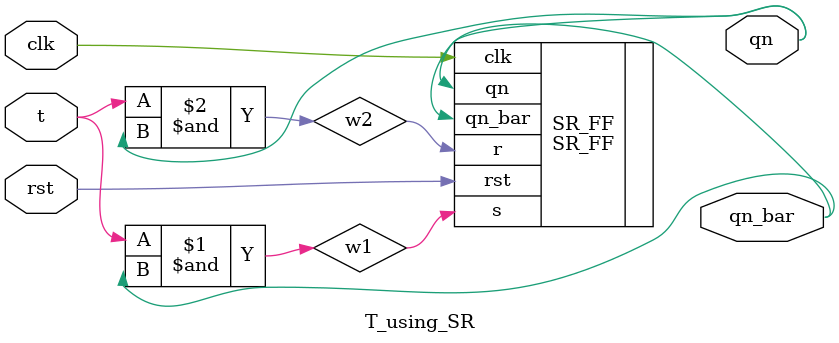
<source format=v>
`timescale 1ns / 1ps


module T_using_SR(
    input t,
    input clk,
    input rst,
    output qn,
    output qn_bar
    );
wire w1,w2;
//always @(posedge clk) begin
assign w1=t & qn_bar;
assign w2=t & qn;
//end
SR_FF SR_FF(.s(w1),.r(w2),.clk(clk),.qn(qn),.qn_bar(qn_bar),.rst(rst));
endmodule

</source>
